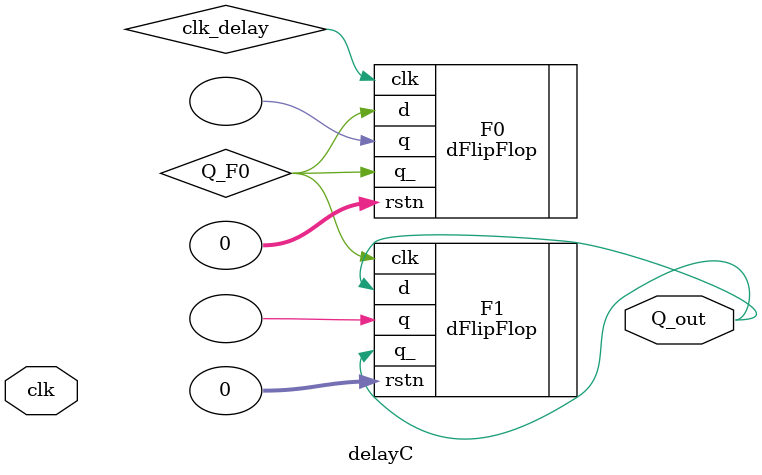
<source format=v>
module delayC (clk, Q_out);

	input clk;
	output Q_out;

	wire Q_F0, Q_F1, Q_F2, Q_F3, Q_F4, Q_F5, Q_F6, Q_F7, Q_F8, Q_F9, Q_F10, Q_F11, Q_F12, Q_F13, Q_F14, Q_F15, Q_F16, clk_delay;
	
	dFlipFlop F0(

	.d(Q_F0),
	.rstn(0),
	.clk(clk_delay),
	.q(),
	.q_(Q_F0),

	);
	
	dFlipFlop F1(

	.d(Q_out),
	.rstn(0),
	.clk(Q_F0),
	.q(),
	.q_(Q_out),

	);

	
	/*

	dFlipFlop F1(

	.d(Q_F1),
	.rstn(0),
	.clk(Q_F0),
	.q(),
	.q_(Q_F1),

	);

	dFlipFlop F2(

	.d(Q_F2),
	.rstn(0),
	.clk(Q_F1),
	.q(),
	.q_(Q_F2),

	);

	dFlipFlop F3(

	.d(Q_F3),
	.rstn(0),
	.clk(Q_F2),
	.q(),
	.q_(Q_F3),

	);

	dFlipFlop F4(

	.d(Q_F4),
	.rstn(0),
	.clk(Q_F3),
	.q(),
	.q_(Q_F4),

	);

	dFlipFlop F5(

	.d(Q_F5),
	.rstn(0),
	.clk(Q_F4),
	.q(),
	.q_(Q_F5),

	);

	dFlipFlop F6(

	.d(Q_F6),
	.rstn(0),
	.clk(Q_F5),
	.q(),
	.q_(Q_F6),

	);

	dFlipFlop F7(

	.d(Q_F7),
	.rstn(0),
	.clk(Q_F6),
	.q(),
	.q_(Q_F7),

	);

	dFlipFlop F8(

	.d(Q_F8),
	.rstn(0),
	.clk(Q_F7),
	.q(),
	.q_(Q_F8),

	);

	dFlipFlop F9(

	.d(Q_F9),
	.rstn(0),
	.clk(Q_F8),
	.q(),
	.q_(Q_F9),

	);

	dFlipFlop F10(

	.d(Q_F10),
	.rstn(0),
	.clk(Q_F9),
	.q(),
	.q_(Q_F10),

	);

	dFlipFlop F11(

	.d(Q_F11),
	.rstn(0),
	.clk(Q_F10),
	.q(),
	.q_(Q_F11),

	);

	dFlipFlop F12(

	.d(Q_F12),
	.rstn(0),
	.clk(Q_F11),
	.q(),
	.q_(Q_F12),

	);

	dFlipFlop F13(

	.d(Q_F13),
	.rstn(0),
	.clk(Q_F12),
	.q(),
	.q_(Q_F13),

	);

	dFlipFlop F14(

	.d(Q_F14),
	.rstn(0),
	.clk(Q_F13),
	.q(),
	.q_(Q_F14),

	);

	dFlipFlop F15(

	.d(Q_F15),
	.rstn(0),
	.clk(Q_F14),
	.q(),
	.q_(Q_F15),

	);
	
	dFlipFlop F16(

	.d(Q_out),
	.rstn(0),
	.clk(Q_F15),
	.q(),
	.q_(Q_out),

	);
	
*/
endmodule

</source>
